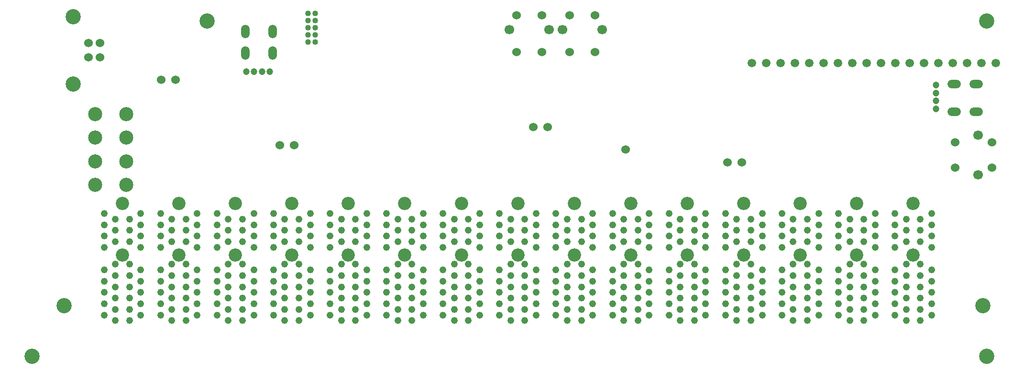
<source format=gbr>
G04 #@! TF.FileFunction,Soldermask,Bot*
%FSLAX46Y46*%
G04 Gerber Fmt 4.6, Leading zero omitted, Abs format (unit mm)*
G04 Created by KiCad (PCBNEW 4.0.4+e1-6308~48~ubuntu14.04.1-stable) date Thu Apr  6 00:12:34 2017*
%MOMM*%
%LPD*%
G01*
G04 APERTURE LIST*
%ADD10C,0.100000*%
%ADD11C,1.200000*%
%ADD12O,1.500000X2.400000*%
%ADD13C,1.016000*%
%ADD14C,1.524000*%
%ADD15C,2.700020*%
%ADD16C,2.500000*%
%ADD17O,2.400000X1.500000*%
%ADD18C,2.700000*%
%ADD19C,2.350000*%
%ADD20C,1.230000*%
%ADD21C,1.500000*%
%ADD22C,1.700000*%
G04 APERTURE END LIST*
D10*
D11*
X91900000Y-85500000D03*
X93300000Y-85500000D03*
X94700000Y-85500000D03*
X96100000Y-85500000D03*
D12*
X91730000Y-78390000D03*
X91730000Y-82230000D03*
X96570000Y-78390000D03*
X96570000Y-82230000D03*
D13*
X102865000Y-75160000D03*
X104135000Y-75160000D03*
X102865000Y-76430000D03*
X104135000Y-76430000D03*
X102865000Y-77700000D03*
X104135000Y-77700000D03*
X102865000Y-78970000D03*
X104135000Y-78970000D03*
X102865000Y-80240000D03*
X104135000Y-80240000D03*
D14*
X66000000Y-80460000D03*
X66000000Y-83000000D03*
X64001020Y-83000000D03*
X64001020Y-80460000D03*
D15*
X61301000Y-75730520D03*
X61301000Y-87729480D03*
D16*
X65150000Y-105600000D03*
X70650000Y-105600000D03*
X65150000Y-101400000D03*
X70650000Y-101400000D03*
X65150000Y-97200000D03*
X70650000Y-97200000D03*
X65150000Y-93000000D03*
X70650000Y-93000000D03*
D14*
X159100000Y-99300000D03*
X76830000Y-86900000D03*
X79370000Y-86900000D03*
X177130000Y-101600000D03*
X179670000Y-101600000D03*
D11*
X214000000Y-87900000D03*
X214000000Y-89300000D03*
X214000000Y-90700000D03*
X214000000Y-92100000D03*
D17*
X221110000Y-87730000D03*
X217270000Y-87730000D03*
X221110000Y-92570000D03*
X217270000Y-92570000D03*
D18*
X59700000Y-127000000D03*
X222300000Y-127000000D03*
D19*
X150000000Y-118000000D03*
X150000000Y-108850000D03*
D20*
X148750000Y-129650000D03*
X146750000Y-128650000D03*
X148750000Y-127650000D03*
X146750000Y-126650000D03*
X148750000Y-125650000D03*
X146750000Y-124650000D03*
X148750000Y-123650000D03*
X146750000Y-122650000D03*
X148750000Y-121650000D03*
X146750000Y-120650000D03*
X148750000Y-119650000D03*
X146750000Y-116650000D03*
X148750000Y-115650000D03*
X146750000Y-114650000D03*
X148750000Y-113650000D03*
X146750000Y-112650000D03*
X148750000Y-111650000D03*
X146750000Y-110650000D03*
X151250000Y-129650000D03*
X153250000Y-128650000D03*
X151250000Y-127650000D03*
X153250000Y-126650000D03*
X151250000Y-125650000D03*
X153250000Y-124650000D03*
X151250000Y-123650000D03*
X153250000Y-122650000D03*
X151250000Y-121650000D03*
X153250000Y-120650000D03*
X151250000Y-119650000D03*
X153250000Y-116650000D03*
X151250000Y-115650000D03*
X153250000Y-114650000D03*
X151250000Y-113650000D03*
X153250000Y-112650000D03*
X151250000Y-111650000D03*
X153250000Y-110650000D03*
D19*
X140000000Y-118000000D03*
X140000000Y-108850000D03*
D20*
X138750000Y-129650000D03*
X136750000Y-128650000D03*
X138750000Y-127650000D03*
X136750000Y-126650000D03*
X138750000Y-125650000D03*
X136750000Y-124650000D03*
X138750000Y-123650000D03*
X136750000Y-122650000D03*
X138750000Y-121650000D03*
X136750000Y-120650000D03*
X138750000Y-119650000D03*
X136750000Y-116650000D03*
X138750000Y-115650000D03*
X136750000Y-114650000D03*
X138750000Y-113650000D03*
X136750000Y-112650000D03*
X138750000Y-111650000D03*
X136750000Y-110650000D03*
X141250000Y-129650000D03*
X143250000Y-128650000D03*
X141250000Y-127650000D03*
X143250000Y-126650000D03*
X141250000Y-125650000D03*
X143250000Y-124650000D03*
X141250000Y-123650000D03*
X143250000Y-122650000D03*
X141250000Y-121650000D03*
X143250000Y-120650000D03*
X141250000Y-119650000D03*
X143250000Y-116650000D03*
X141250000Y-115650000D03*
X143250000Y-114650000D03*
X141250000Y-113650000D03*
X143250000Y-112650000D03*
X141250000Y-111650000D03*
X143250000Y-110650000D03*
D19*
X130000000Y-118000000D03*
X130000000Y-108850000D03*
D20*
X128750000Y-129650000D03*
X126750000Y-128650000D03*
X128750000Y-127650000D03*
X126750000Y-126650000D03*
X128750000Y-125650000D03*
X126750000Y-124650000D03*
X128750000Y-123650000D03*
X126750000Y-122650000D03*
X128750000Y-121650000D03*
X126750000Y-120650000D03*
X128750000Y-119650000D03*
X126750000Y-116650000D03*
X128750000Y-115650000D03*
X126750000Y-114650000D03*
X128750000Y-113650000D03*
X126750000Y-112650000D03*
X128750000Y-111650000D03*
X126750000Y-110650000D03*
X131250000Y-129650000D03*
X133250000Y-128650000D03*
X131250000Y-127650000D03*
X133250000Y-126650000D03*
X131250000Y-125650000D03*
X133250000Y-124650000D03*
X131250000Y-123650000D03*
X133250000Y-122650000D03*
X131250000Y-121650000D03*
X133250000Y-120650000D03*
X131250000Y-119650000D03*
X133250000Y-116650000D03*
X131250000Y-115650000D03*
X133250000Y-114650000D03*
X131250000Y-113650000D03*
X133250000Y-112650000D03*
X131250000Y-111650000D03*
X133250000Y-110650000D03*
D19*
X120000000Y-118000000D03*
X120000000Y-108850000D03*
D20*
X118750000Y-129650000D03*
X116750000Y-128650000D03*
X118750000Y-127650000D03*
X116750000Y-126650000D03*
X118750000Y-125650000D03*
X116750000Y-124650000D03*
X118750000Y-123650000D03*
X116750000Y-122650000D03*
X118750000Y-121650000D03*
X116750000Y-120650000D03*
X118750000Y-119650000D03*
X116750000Y-116650000D03*
X118750000Y-115650000D03*
X116750000Y-114650000D03*
X118750000Y-113650000D03*
X116750000Y-112650000D03*
X118750000Y-111650000D03*
X116750000Y-110650000D03*
X121250000Y-129650000D03*
X123250000Y-128650000D03*
X121250000Y-127650000D03*
X123250000Y-126650000D03*
X121250000Y-125650000D03*
X123250000Y-124650000D03*
X121250000Y-123650000D03*
X123250000Y-122650000D03*
X121250000Y-121650000D03*
X123250000Y-120650000D03*
X121250000Y-119650000D03*
X123250000Y-116650000D03*
X121250000Y-115650000D03*
X123250000Y-114650000D03*
X121250000Y-113650000D03*
X123250000Y-112650000D03*
X121250000Y-111650000D03*
X123250000Y-110650000D03*
D19*
X110000000Y-118000000D03*
X110000000Y-108850000D03*
D20*
X108750000Y-129650000D03*
X106750000Y-128650000D03*
X108750000Y-127650000D03*
X106750000Y-126650000D03*
X108750000Y-125650000D03*
X106750000Y-124650000D03*
X108750000Y-123650000D03*
X106750000Y-122650000D03*
X108750000Y-121650000D03*
X106750000Y-120650000D03*
X108750000Y-119650000D03*
X106750000Y-116650000D03*
X108750000Y-115650000D03*
X106750000Y-114650000D03*
X108750000Y-113650000D03*
X106750000Y-112650000D03*
X108750000Y-111650000D03*
X106750000Y-110650000D03*
X111250000Y-129650000D03*
X113250000Y-128650000D03*
X111250000Y-127650000D03*
X113250000Y-126650000D03*
X111250000Y-125650000D03*
X113250000Y-124650000D03*
X111250000Y-123650000D03*
X113250000Y-122650000D03*
X111250000Y-121650000D03*
X113250000Y-120650000D03*
X111250000Y-119650000D03*
X113250000Y-116650000D03*
X111250000Y-115650000D03*
X113250000Y-114650000D03*
X111250000Y-113650000D03*
X113250000Y-112650000D03*
X111250000Y-111650000D03*
X113250000Y-110650000D03*
D19*
X100000000Y-118000000D03*
X100000000Y-108850000D03*
D20*
X98750000Y-129650000D03*
X96750000Y-128650000D03*
X98750000Y-127650000D03*
X96750000Y-126650000D03*
X98750000Y-125650000D03*
X96750000Y-124650000D03*
X98750000Y-123650000D03*
X96750000Y-122650000D03*
X98750000Y-121650000D03*
X96750000Y-120650000D03*
X98750000Y-119650000D03*
X96750000Y-116650000D03*
X98750000Y-115650000D03*
X96750000Y-114650000D03*
X98750000Y-113650000D03*
X96750000Y-112650000D03*
X98750000Y-111650000D03*
X96750000Y-110650000D03*
X101250000Y-129650000D03*
X103250000Y-128650000D03*
X101250000Y-127650000D03*
X103250000Y-126650000D03*
X101250000Y-125650000D03*
X103250000Y-124650000D03*
X101250000Y-123650000D03*
X103250000Y-122650000D03*
X101250000Y-121650000D03*
X103250000Y-120650000D03*
X101250000Y-119650000D03*
X103250000Y-116650000D03*
X101250000Y-115650000D03*
X103250000Y-114650000D03*
X101250000Y-113650000D03*
X103250000Y-112650000D03*
X101250000Y-111650000D03*
X103250000Y-110650000D03*
D19*
X90000000Y-118000000D03*
X90000000Y-108850000D03*
D20*
X88750000Y-129650000D03*
X86750000Y-128650000D03*
X88750000Y-127650000D03*
X86750000Y-126650000D03*
X88750000Y-125650000D03*
X86750000Y-124650000D03*
X88750000Y-123650000D03*
X86750000Y-122650000D03*
X88750000Y-121650000D03*
X86750000Y-120650000D03*
X88750000Y-119650000D03*
X86750000Y-116650000D03*
X88750000Y-115650000D03*
X86750000Y-114650000D03*
X88750000Y-113650000D03*
X86750000Y-112650000D03*
X88750000Y-111650000D03*
X86750000Y-110650000D03*
X91250000Y-129650000D03*
X93250000Y-128650000D03*
X91250000Y-127650000D03*
X93250000Y-126650000D03*
X91250000Y-125650000D03*
X93250000Y-124650000D03*
X91250000Y-123650000D03*
X93250000Y-122650000D03*
X91250000Y-121650000D03*
X93250000Y-120650000D03*
X91250000Y-119650000D03*
X93250000Y-116650000D03*
X91250000Y-115650000D03*
X93250000Y-114650000D03*
X91250000Y-113650000D03*
X93250000Y-112650000D03*
X91250000Y-111650000D03*
X93250000Y-110650000D03*
D19*
X80000000Y-118000000D03*
X80000000Y-108850000D03*
D20*
X78750000Y-129650000D03*
X76750000Y-128650000D03*
X78750000Y-127650000D03*
X76750000Y-126650000D03*
X78750000Y-125650000D03*
X76750000Y-124650000D03*
X78750000Y-123650000D03*
X76750000Y-122650000D03*
X78750000Y-121650000D03*
X76750000Y-120650000D03*
X78750000Y-119650000D03*
X76750000Y-116650000D03*
X78750000Y-115650000D03*
X76750000Y-114650000D03*
X78750000Y-113650000D03*
X76750000Y-112650000D03*
X78750000Y-111650000D03*
X76750000Y-110650000D03*
X81250000Y-129650000D03*
X83250000Y-128650000D03*
X81250000Y-127650000D03*
X83250000Y-126650000D03*
X81250000Y-125650000D03*
X83250000Y-124650000D03*
X81250000Y-123650000D03*
X83250000Y-122650000D03*
X81250000Y-121650000D03*
X83250000Y-120650000D03*
X81250000Y-119650000D03*
X83250000Y-116650000D03*
X81250000Y-115650000D03*
X83250000Y-114650000D03*
X81250000Y-113650000D03*
X83250000Y-112650000D03*
X81250000Y-111650000D03*
X83250000Y-110650000D03*
D19*
X70000000Y-118000000D03*
X70000000Y-108850000D03*
D20*
X68750000Y-129650000D03*
X66750000Y-128650000D03*
X68750000Y-127650000D03*
X66750000Y-126650000D03*
X68750000Y-125650000D03*
X66750000Y-124650000D03*
X68750000Y-123650000D03*
X66750000Y-122650000D03*
X68750000Y-121650000D03*
X66750000Y-120650000D03*
X68750000Y-119650000D03*
X66750000Y-116650000D03*
X68750000Y-115650000D03*
X66750000Y-114650000D03*
X68750000Y-113650000D03*
X66750000Y-112650000D03*
X68750000Y-111650000D03*
X66750000Y-110650000D03*
X71250000Y-129650000D03*
X73250000Y-128650000D03*
X71250000Y-127650000D03*
X73250000Y-126650000D03*
X71250000Y-125650000D03*
X73250000Y-124650000D03*
X71250000Y-123650000D03*
X73250000Y-122650000D03*
X71250000Y-121650000D03*
X73250000Y-120650000D03*
X71250000Y-119650000D03*
X73250000Y-116650000D03*
X71250000Y-115650000D03*
X73250000Y-114650000D03*
X71250000Y-113650000D03*
X73250000Y-112650000D03*
X71250000Y-111650000D03*
X73250000Y-110650000D03*
D19*
X210000000Y-118000000D03*
X210000000Y-108850000D03*
D20*
X208750000Y-129650000D03*
X206750000Y-128650000D03*
X208750000Y-127650000D03*
X206750000Y-126650000D03*
X208750000Y-125650000D03*
X206750000Y-124650000D03*
X208750000Y-123650000D03*
X206750000Y-122650000D03*
X208750000Y-121650000D03*
X206750000Y-120650000D03*
X208750000Y-119650000D03*
X206750000Y-116650000D03*
X208750000Y-115650000D03*
X206750000Y-114650000D03*
X208750000Y-113650000D03*
X206750000Y-112650000D03*
X208750000Y-111650000D03*
X206750000Y-110650000D03*
X211250000Y-129650000D03*
X213250000Y-128650000D03*
X211250000Y-127650000D03*
X213250000Y-126650000D03*
X211250000Y-125650000D03*
X213250000Y-124650000D03*
X211250000Y-123650000D03*
X213250000Y-122650000D03*
X211250000Y-121650000D03*
X213250000Y-120650000D03*
X211250000Y-119650000D03*
X213250000Y-116650000D03*
X211250000Y-115650000D03*
X213250000Y-114650000D03*
X211250000Y-113650000D03*
X213250000Y-112650000D03*
X211250000Y-111650000D03*
X213250000Y-110650000D03*
D19*
X200000000Y-118000000D03*
X200000000Y-108850000D03*
D20*
X198750000Y-129650000D03*
X196750000Y-128650000D03*
X198750000Y-127650000D03*
X196750000Y-126650000D03*
X198750000Y-125650000D03*
X196750000Y-124650000D03*
X198750000Y-123650000D03*
X196750000Y-122650000D03*
X198750000Y-121650000D03*
X196750000Y-120650000D03*
X198750000Y-119650000D03*
X196750000Y-116650000D03*
X198750000Y-115650000D03*
X196750000Y-114650000D03*
X198750000Y-113650000D03*
X196750000Y-112650000D03*
X198750000Y-111650000D03*
X196750000Y-110650000D03*
X201250000Y-129650000D03*
X203250000Y-128650000D03*
X201250000Y-127650000D03*
X203250000Y-126650000D03*
X201250000Y-125650000D03*
X203250000Y-124650000D03*
X201250000Y-123650000D03*
X203250000Y-122650000D03*
X201250000Y-121650000D03*
X203250000Y-120650000D03*
X201250000Y-119650000D03*
X203250000Y-116650000D03*
X201250000Y-115650000D03*
X203250000Y-114650000D03*
X201250000Y-113650000D03*
X203250000Y-112650000D03*
X201250000Y-111650000D03*
X203250000Y-110650000D03*
D19*
X190000000Y-118000000D03*
X190000000Y-108850000D03*
D20*
X188750000Y-129650000D03*
X186750000Y-128650000D03*
X188750000Y-127650000D03*
X186750000Y-126650000D03*
X188750000Y-125650000D03*
X186750000Y-124650000D03*
X188750000Y-123650000D03*
X186750000Y-122650000D03*
X188750000Y-121650000D03*
X186750000Y-120650000D03*
X188750000Y-119650000D03*
X186750000Y-116650000D03*
X188750000Y-115650000D03*
X186750000Y-114650000D03*
X188750000Y-113650000D03*
X186750000Y-112650000D03*
X188750000Y-111650000D03*
X186750000Y-110650000D03*
X191250000Y-129650000D03*
X193250000Y-128650000D03*
X191250000Y-127650000D03*
X193250000Y-126650000D03*
X191250000Y-125650000D03*
X193250000Y-124650000D03*
X191250000Y-123650000D03*
X193250000Y-122650000D03*
X191250000Y-121650000D03*
X193250000Y-120650000D03*
X191250000Y-119650000D03*
X193250000Y-116650000D03*
X191250000Y-115650000D03*
X193250000Y-114650000D03*
X191250000Y-113650000D03*
X193250000Y-112650000D03*
X191250000Y-111650000D03*
X193250000Y-110650000D03*
D19*
X180000000Y-118000000D03*
X180000000Y-108850000D03*
D20*
X178750000Y-129650000D03*
X176750000Y-128650000D03*
X178750000Y-127650000D03*
X176750000Y-126650000D03*
X178750000Y-125650000D03*
X176750000Y-124650000D03*
X178750000Y-123650000D03*
X176750000Y-122650000D03*
X178750000Y-121650000D03*
X176750000Y-120650000D03*
X178750000Y-119650000D03*
X176750000Y-116650000D03*
X178750000Y-115650000D03*
X176750000Y-114650000D03*
X178750000Y-113650000D03*
X176750000Y-112650000D03*
X178750000Y-111650000D03*
X176750000Y-110650000D03*
X181250000Y-129650000D03*
X183250000Y-128650000D03*
X181250000Y-127650000D03*
X183250000Y-126650000D03*
X181250000Y-125650000D03*
X183250000Y-124650000D03*
X181250000Y-123650000D03*
X183250000Y-122650000D03*
X181250000Y-121650000D03*
X183250000Y-120650000D03*
X181250000Y-119650000D03*
X183250000Y-116650000D03*
X181250000Y-115650000D03*
X183250000Y-114650000D03*
X181250000Y-113650000D03*
X183250000Y-112650000D03*
X181250000Y-111650000D03*
X183250000Y-110650000D03*
D19*
X170000000Y-118000000D03*
X170000000Y-108850000D03*
D20*
X168750000Y-129650000D03*
X166750000Y-128650000D03*
X168750000Y-127650000D03*
X166750000Y-126650000D03*
X168750000Y-125650000D03*
X166750000Y-124650000D03*
X168750000Y-123650000D03*
X166750000Y-122650000D03*
X168750000Y-121650000D03*
X166750000Y-120650000D03*
X168750000Y-119650000D03*
X166750000Y-116650000D03*
X168750000Y-115650000D03*
X166750000Y-114650000D03*
X168750000Y-113650000D03*
X166750000Y-112650000D03*
X168750000Y-111650000D03*
X166750000Y-110650000D03*
X171250000Y-129650000D03*
X173250000Y-128650000D03*
X171250000Y-127650000D03*
X173250000Y-126650000D03*
X171250000Y-125650000D03*
X173250000Y-124650000D03*
X171250000Y-123650000D03*
X173250000Y-122650000D03*
X171250000Y-121650000D03*
X173250000Y-120650000D03*
X171250000Y-119650000D03*
X173250000Y-116650000D03*
X171250000Y-115650000D03*
X173250000Y-114650000D03*
X171250000Y-113650000D03*
X173250000Y-112650000D03*
X171250000Y-111650000D03*
X173250000Y-110650000D03*
D19*
X160000000Y-118000000D03*
X160000000Y-108850000D03*
D20*
X158750000Y-129650000D03*
X156750000Y-128650000D03*
X158750000Y-127650000D03*
X156750000Y-126650000D03*
X158750000Y-125650000D03*
X156750000Y-124650000D03*
X158750000Y-123650000D03*
X156750000Y-122650000D03*
X158750000Y-121650000D03*
X156750000Y-120650000D03*
X158750000Y-119650000D03*
X156750000Y-116650000D03*
X158750000Y-115650000D03*
X156750000Y-114650000D03*
X158750000Y-113650000D03*
X156750000Y-112650000D03*
X158750000Y-111650000D03*
X156750000Y-110650000D03*
X161250000Y-129650000D03*
X163250000Y-128650000D03*
X161250000Y-127650000D03*
X163250000Y-126650000D03*
X161250000Y-125650000D03*
X163250000Y-124650000D03*
X161250000Y-123650000D03*
X163250000Y-122650000D03*
X161250000Y-121650000D03*
X163250000Y-120650000D03*
X161250000Y-119650000D03*
X163250000Y-116650000D03*
X161250000Y-115650000D03*
X163250000Y-114650000D03*
X161250000Y-113650000D03*
X163250000Y-112650000D03*
X161250000Y-111650000D03*
X163250000Y-110650000D03*
D21*
X219510000Y-84000000D03*
X216970000Y-84000000D03*
X214430000Y-84000000D03*
X211890000Y-84000000D03*
X209350000Y-84000000D03*
X206810000Y-84000000D03*
X204270000Y-84000000D03*
X201730000Y-84000000D03*
X199190000Y-84000000D03*
X196650000Y-84000000D03*
X194110000Y-84000000D03*
X191570000Y-84000000D03*
X189030000Y-84000000D03*
X186490000Y-84000000D03*
X183950000Y-84000000D03*
X181410000Y-84000000D03*
X222050000Y-84000000D03*
X224590000Y-84000000D03*
D14*
X97830000Y-98500000D03*
X100370000Y-98500000D03*
X142730000Y-95300000D03*
X145270000Y-95300000D03*
D18*
X223000000Y-136000000D03*
X54000000Y-136000000D03*
X85000000Y-76500000D03*
X223000000Y-76500000D03*
D14*
X149150000Y-82050000D03*
X149150000Y-75550000D03*
X153650000Y-82050000D03*
X153650000Y-75550000D03*
D22*
X154900000Y-78050000D03*
X147900000Y-78050000D03*
D14*
X139750000Y-82050000D03*
X139750000Y-75550000D03*
X144250000Y-82050000D03*
X144250000Y-75550000D03*
D22*
X145500000Y-78050000D03*
X138500000Y-78050000D03*
D14*
X217450000Y-98050000D03*
X223950000Y-98050000D03*
X217450000Y-102550000D03*
X223950000Y-102550000D03*
D22*
X221450000Y-103800000D03*
X221450000Y-96800000D03*
M02*

</source>
